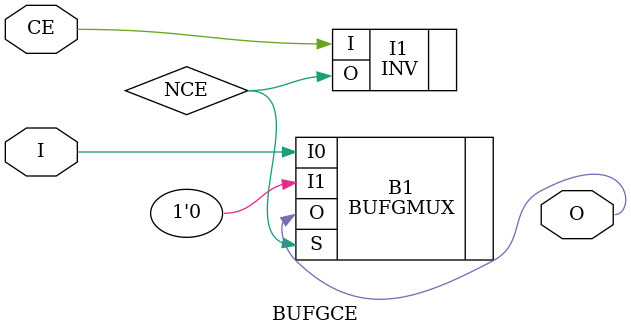
<source format=v>


`timescale  1 ps / 1 ps

module BUFGCE (O, CE, I);

    output O;

    input  CE, I;

    wire   NCE;

    BUFGMUX B1 (.I0(I),
	.I1(1'b0),
	.O(O),
	.S(NCE));

    INV I1 (.I(CE),
	.O(NCE));

endmodule

</source>
